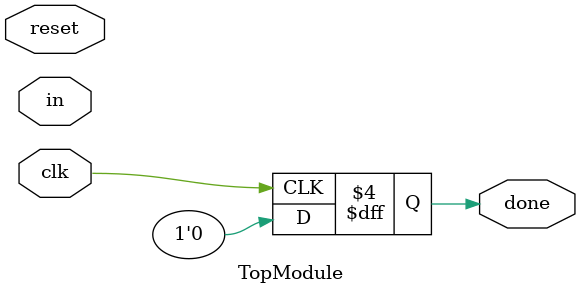
<source format=sv>

module TopModule (
  input clk,
  input in,
  input reset,
  output done
);
always @(posedge clk) begin
    if (reset) begin
        done <= 1'b0;
    end else begin
        done <= 1'b0;
    end
end
endmodule

</source>
